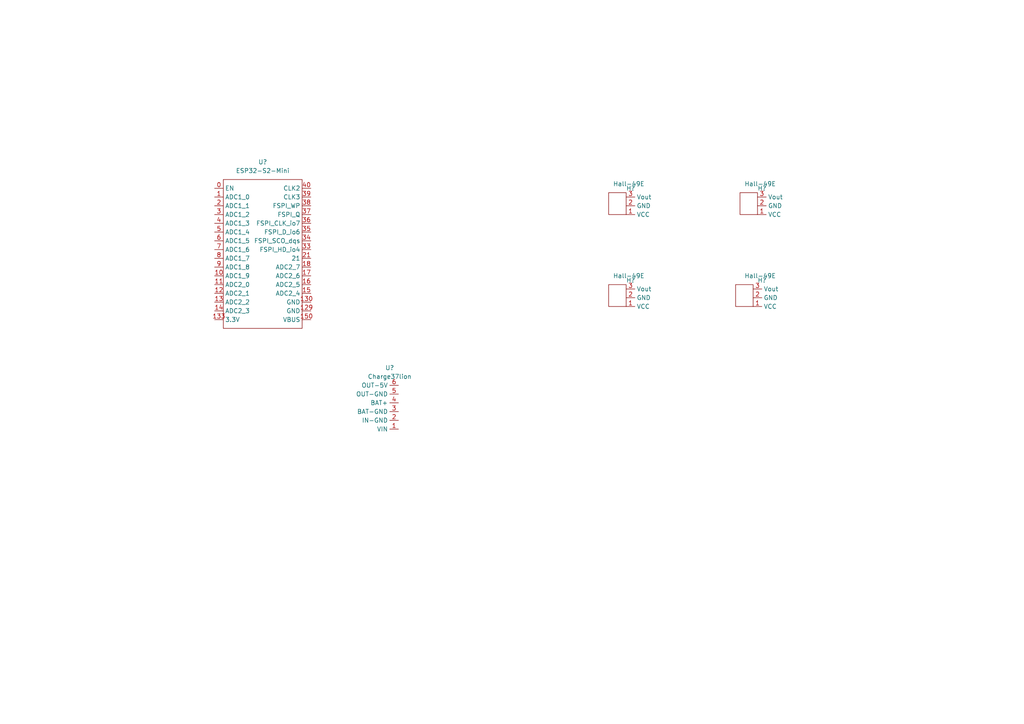
<source format=kicad_sch>
(kicad_sch (version 20211123) (generator eeschema)
  (paper "A4")
  (lib_symbols
    (symbol "00TURFPTAx-ESP32:ESP32-S2-Mini"
      (property "Reference" "U" (at 0 0 0))
      (property "Value" "ESP32-S2-Mini" (at 0 0 0))
      (symbol "ESP32-S2-Mini_0_1"
        (rectangle (start -11.43 21.59) (end 11.43 -21.59))
      )
      (symbol "ESP32-S2-Mini_1_1"
        (pin input line (at -13.97 19.05 0) (length 2.54) (name "EN") (number "0"))
        (pin input line (at -13.97 16.51 0) (length 2.54) (name "ADC1_0") (number "1"))
        (pin input line (at -13.97 -6.35 0) (length 2.54) (name "ADC1_9") (number "10"))
        (pin input line (at -13.97 -8.89 0) (length 2.54) (name "ADC2_0") (number "11"))
        (pin input line (at -13.97 -11.43 0) (length 2.54) (name "ADC2_1") (number "12"))
        (pin input line (at 13.97 -16.51 180) (length 2.54) (name "GND") (number "129"))
        (pin input line (at -13.97 -13.97 0) (length 2.54) (name "ADC2_2") (number "13"))
        (pin input line (at 13.97 -13.97 180) (length 2.54) (name "GND") (number "130"))
        (pin input line (at -13.97 -19.05 0) (length 2.54) (name "3.3V") (number "133"))
        (pin input line (at -13.97 -16.51 0) (length 2.54) (name "ADC2_3") (number "14"))
        (pin input line (at 13.97 -11.43 180) (length 2.54) (name "ADC2_4") (number "15"))
        (pin input line (at 13.97 -19.05 180) (length 2.54) (name "VBUS") (number "150"))
        (pin input line (at 13.97 -8.89 180) (length 2.54) (name "ADC2_5") (number "16"))
        (pin input line (at 13.97 -6.35 180) (length 2.54) (name "ADC2_6") (number "17"))
        (pin input line (at 13.97 -3.81 180) (length 2.54) (name "ADC2_7") (number "18"))
        (pin input line (at -13.97 13.97 0) (length 2.54) (name "ADC1_1") (number "2"))
        (pin input line (at 13.97 -1.27 180) (length 2.54) (name "21") (number "21"))
        (pin input line (at -13.97 11.43 0) (length 2.54) (name "ADC1_2") (number "3"))
        (pin input line (at 13.97 1.27 180) (length 2.54) (name "FSPI_HD_io4") (number "33"))
        (pin input line (at 13.97 3.81 180) (length 2.54) (name "FSPI_SCO_dqs") (number "34"))
        (pin input line (at 13.97 6.35 180) (length 2.54) (name "FSPI_D_io6") (number "35"))
        (pin input line (at 13.97 8.89 180) (length 2.54) (name "FSPI_CLK_io7") (number "36"))
        (pin input line (at 13.97 11.43 180) (length 2.54) (name "FSPI_Q") (number "37"))
        (pin input line (at 13.97 13.97 180) (length 2.54) (name "FSPI_WP") (number "38"))
        (pin input line (at 13.97 16.51 180) (length 2.54) (name "CLK3") (number "39"))
        (pin input line (at -13.97 8.89 0) (length 2.54) (name "ADC1_3") (number "4"))
        (pin input line (at 13.97 19.05 180) (length 2.54) (name "CLK2") (number "40"))
        (pin input line (at -13.97 6.35 0) (length 2.54) (name "ADC1_4") (number "5"))
        (pin input line (at -13.97 3.81 0) (length 2.54) (name "ADC1_5") (number "6"))
        (pin input line (at -13.97 1.27 0) (length 2.54) (name "ADC1_6") (number "7"))
        (pin input line (at -13.97 -1.27 0) (length 2.54) (name "ADC1_7") (number "8"))
        (pin input line (at -13.97 -3.81 0) (length 2.54) (name "ADC1_8") (number "9"))
      )
    )
    (symbol "OpenMuscleLibrary:Charge37lion"
      (property "Reference" "U" (at 0 0 0))
      (property "Value" "Charge37lion" (at 0 0 0))
      (symbol "Charge37lion_1_1"
        (pin input line (at 2.54 -16.51 180) (length 2.54) (name "VIN") (number "1"))
        (pin input line (at 2.54 -13.97 180) (length 2.54) (name "IN-GND") (number "2"))
        (pin input line (at 2.54 -11.43 180) (length 2.54) (name "BAT-GND") (number "3"))
        (pin input line (at 2.54 -8.89 180) (length 2.54) (name "BAT+") (number "4"))
        (pin input line (at 2.54 -6.35 180) (length 2.54) (name "OUT-GND") (number "5"))
        (pin input line (at 2.54 -3.81 180) (length 2.54) (name "OUT-5V") (number "6"))
      )
    )
    (symbol "OpenMuscleLibrary:Hall-49E"
      (property "Reference" "H" (at -1.27 5.08 0))
      (property "Value" "Hall-49E" (at 2.54 7.62 0))
      (symbol "Hall-49E_0_1"
        (rectangle (start -2.54 3.81) (end 2.54 -2.54))
      )
      (symbol "Hall-49E_1_1"
        (pin input line (at 2.54 -2.54 0) (length 2.54) (name "VCC") (number "1"))
        (pin input line (at 2.54 0 0) (length 2.54) (name "GND") (number "2"))
        (pin output line (at 2.54 2.54 0) (length 2.54) (name "Vout") (number "3"))
      )
    )
  )
  (symbol (lib_id "OpenMuscleLibrary:Hall-49E") (at 179.07 59.69 0) (unit 1)
    (property "Reference" "H?" (at 181.61 54.61 0) (effects (justify left)))
    (property "Value" "Hall-49E" (at 177.8 53.34 0) (effects (justify left)))
  )
  (symbol (lib_id "OpenMuscleLibrary:Hall-49E") (at 217.17 59.69 0) (unit 1)
    (property "Reference" "H?" (at 219.71 54.61 0) (effects (justify left)))
    (property "Value" "Hall-49E" (at 215.9 53.34 0) (effects (justify left)))
  )
  (symbol (lib_id "OpenMuscleLibrary:Charge37lion") (at 113.03 107.95 0) (unit 1)
    (property "Reference" "U?" (at 113.03 106.68 0))
    (property "Value" "Charge37lion" (at 113.03 109.22 0))
  )
  (symbol (lib_id "OpenMuscleLibrary:Hall-49E") (at 179.07 86.36 0) (unit 1)
    (property "Reference" "H?" (at 181.61 81.28 0) (effects (justify left)))
    (property "Value" "Hall-49E" (at 177.8 80.01 0) (effects (justify left)))
  )
  (symbol (lib_id "00TURFPTAx-ESP32:ESP32-S2-Mini") (at 76.2 73.66 0) (unit 1)
    (property "Reference" "U?" (at 76.2 46.99 0))
    (property "Value" "ESP32-S2-Mini" (at 76.2 49.53 0))
  )
  (symbol (lib_id "OpenMuscleLibrary:Hall-49E") (at 215.9 86.36 0) (unit 1)
    (property "Reference" "H?" (at 219.71 81.28 0) (effects (justify left)))
    (property "Value" "Hall-49E" (at 215.9 80.01 0) (effects (justify left)))
  )
)
</source>
